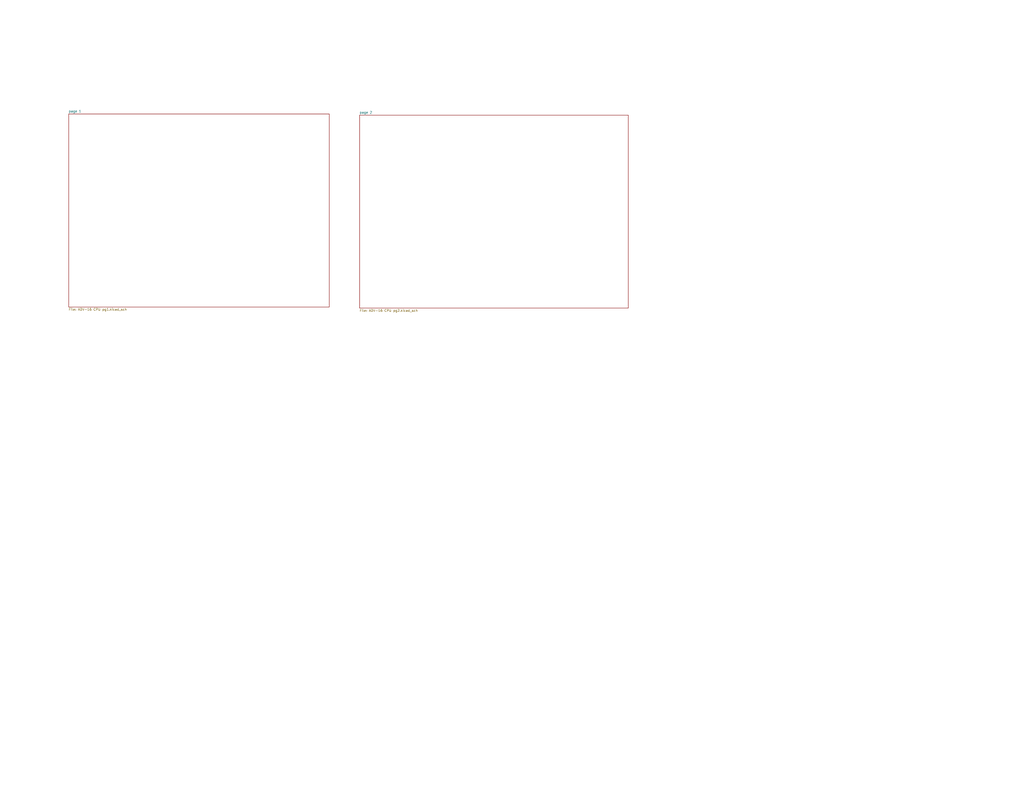
<source format=kicad_sch>
(kicad_sch (version 20230121) (generator eeschema)
  (paper "C")
  (lib_symbols)
  (sheet (at 37.465 62.23) (size 142.24 105.41) (stroke (width 0.1524))
    (property "Sheetname" "page 1" (at 37.465 61.5184 0) (effects (justify left bottom)))
    (property "Sheetfile" "ADV-16 CPU pg1.kicad_sch" (at 37.465 168.2246 0) (effects (justify left top)))
  )
  (sheet (at 196.215 62.865) (size 146.685 105.41) (stroke (width 0.1524))
    (property "Sheetname" "page 2" (at 196.215 62.1534 0) (effects (justify left bottom)))
    (property "Sheetfile" "ADV-16 CPU pg2.kicad_sch" (at 196.215 168.8596 0) (effects (justify left top)))
  )
)
</source>
